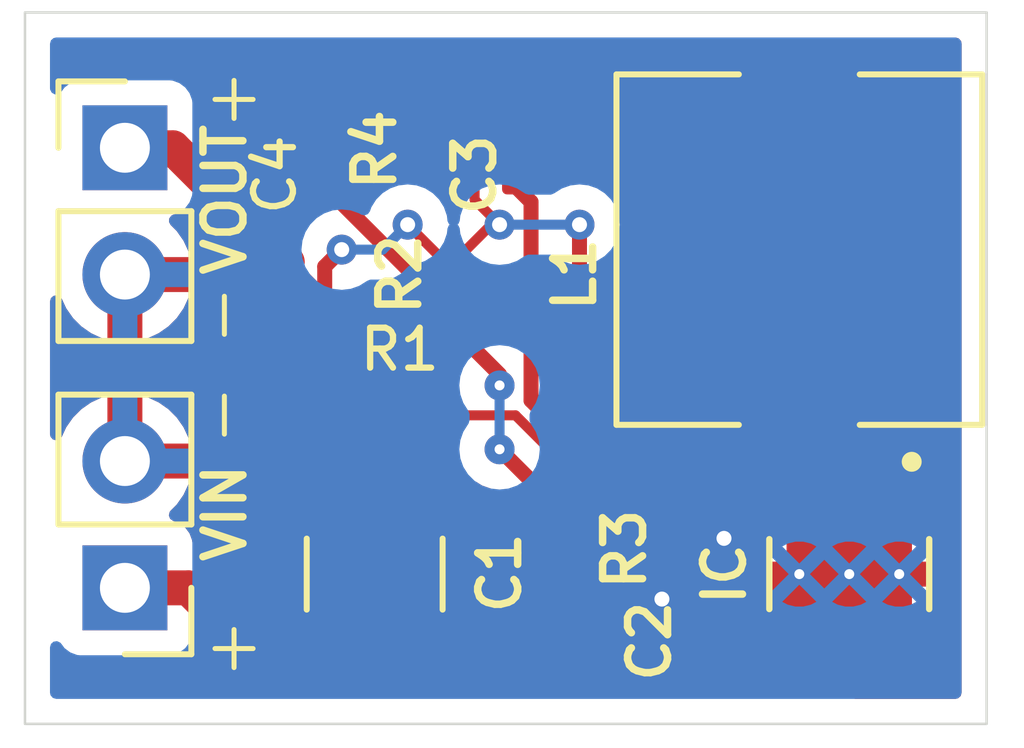
<source format=kicad_pcb>
(kicad_pcb (version 20240108) (generator "pcbnew") (generator_version "8.0")
  (layers (0 "F.Cu" signal) (31 "B.Cu" signal) (34 "B.Paste" user) (35 "F.Paste" user) (36 "B.SilkS" user "B.Silkscreen") (37 "F.SilkS" user "F.Silkscreen") (38 "B.Mask" user) (39 "F.Mask" user) (44 "Edge.Cuts" user))
  (net 0 "")
  (net 1 "Net-(J101-Pin_1)")
  (net 2 "GND")
  (net 3 "Net-(C3-Pad2)")
  (net 4 "Net-(U101-BOOT)")
  (net 5 "Net-(U101-FB)")
  (net 6 "Net-(C4-Pad1)")
  (net 7 "Net-(J102-Pin_1)")
  (net 8 "Net-(U101-PG)")
  (footprint "Capacitor_SMD:C_0201_0603Metric" (layer "F.Cu") (at 178.5 71 -90)
    (property "Reference" "C4" (at 0 1 -90) (layer "F.SilkS") (effects (font (size 0.8 0.8) (thickness 0.125))))
    (property "Value" "33pF" (hide yes))
    (pad "1" smd roundrect (at -0.32 0 270) (size 0.46 0.4) (layers "F.Cu" "F.Mask") (net 6 "Net-(C4-Pad1)"))
    (pad "2" smd roundrect (at 0.32 0 270) (size 0.46 0.4) (layers "F.Cu" "F.Mask") (net 5 "Net-(U101-FB)"))
  )
  (footprint "Resistor_SMD:R_0201_0603Metric" (layer "F.Cu") (at 180.5 70.5 -90)
    (property "Reference" "R4" (at 0 1 -90) (layer "F.SilkS") (effects (font (size 0.8 0.8))))
    (property "Value" "1K" (hide yes))
    (pad "1" smd roundrect (at -0.32 0 270) (size 0.46 0.4) (layers "F.Cu" "F.Mask") (net 7 "Net-(J102-Pin_1)"))
    (pad "2" smd roundrect (at 0.32 0 270) (size 0.46 0.4) (layers "F.Cu" "F.Mask") (net 6 "Net-(C4-Pad1)"))
  )
  (footprint "Capacitor_SMD:C_0201_0603Metric" (layer "F.Cu") (at 178.5 74.155 -90)
    (property "Reference" "C5" (hide yes))
    (property "Value" "47uF" (hide yes))
    (pad "1" smd roundrect (at -0.32 0 270) (size 0.46 0.4) (layers "F.Cu" "F.Mask") (net 7 "Net-(J102-Pin_1)"))
    (pad "2" smd roundrect (at 0.32 0 270) (size 0.46 0.4) (layers "F.Cu" "F.Mask") (net 2 "GND"))
  )
  (footprint "Capacitor_SMD:C_0201_0603Metric" (layer "F.Cu") (at 182.25 70.845 90)
    (property "Reference" "C3" (at -0.155 -0.75 -90) (layer "F.SilkS") (effects (font (size 0.8 0.8))))
    (property "Value" "0.1uF" (hide yes))
    (pad "1" smd roundrect (at -0.32 0 90) (size 0.46 0.4) (layers "F.Cu" "F.Mask") (net 4 "Net-(U101-BOOT)"))
    (pad "2" smd roundrect (at 0.32 0 90) (size 0.46 0.4) (layers "F.Cu" "F.Mask") (net 3 "Net-(C3-Pad2)"))
  )
  (footprint "Connector_PinHeader_2.54mm:PinHeader_1x02_P2.54mm_Vertical" (layer "F.Cu") (at 174.5 79.275 180)
    (property "Reference" "VIN" (at -2 1.5 90) (layer "F.SilkS") (effects (font (size 0.8 0.8))))
    (property "Value" "VIN")
    (fp_line (start 1.33 1.27) (end 1.33 3.87) (stroke (width 0.12)) (layer "F.SilkS"))
    (fp_line (start -1.33 3.87) (end 1.33 3.87) (stroke (width 0.12)) (layer "F.SilkS"))
    (fp_line (start -1.33 1.27) (end 1.33 1.27) (stroke (width 0.12)) (layer "F.SilkS"))
    (fp_line (start -1.33 1.27) (end -1.33 3.87) (stroke (width 0.12)) (layer "F.SilkS"))
    (fp_line (start -1.33 0) (end -1.33 -1.33) (stroke (width 0.12)) (layer "F.SilkS"))
    (fp_line (start -1.33 -1.33) (end 0 -1.33) (stroke (width 0.12)) (layer "F.SilkS"))
    (pad "1" thru_hole rect (at 0 0 180) (size 1.7 1.7) (drill 1) (layers "*.Cu" "*.Mask") (net 1 "Net-(J101-Pin_1)"))
    (pad "2" thru_hole oval (at 0 2.54 180) (size 1.7 1.7) (drill 1) (layers "*.Cu" "*.Mask") (net 2 "GND"))
  )
  (footprint "Resistor_SMD:R_0201_0603Metric" (layer "F.Cu") (at 183.5 78.655 -90)
    (property "Reference" "R3" (at -0.155 -1 90) (layer "F.SilkS") (effects (font (size 0.8 0.8))))
    (property "Value" "10K" (hide yes))
    (pad "1" smd roundrect (at -0.32 0 270) (size 0.46 0.4) (layers "F.Cu" "F.Mask") (net 5 "Net-(U101-FB)"))
    (pad "2" smd roundrect (at 0.32 0 270) (size 0.46 0.4) (layers "F.Cu" "F.Mask") (net 2 "GND"))
  )
  (footprint "Capacitor_SMD:C_1210_3225Metric" (layer "F.Cu") (at 179.5 79 90)
    (property "Reference" "C1" (at 0.025 2.5 -90) (layer "F.SilkS") (effects (font (size 0.8 0.8))))
    (property "Value" "10uF" (hide yes))
    (fp_line (start -0.711252 -1.36) (end 0.711252 -1.36) (stroke (width 0.12)) (layer "F.SilkS"))
    (fp_line (start -0.711252 1.36) (end 0.711252 1.36) (stroke (width 0.12)) (layer "F.SilkS"))
    (pad "1" smd roundrect (at -1.475 0 90) (size 1.15 2.7) (layers "F.Cu" "F.Paste" "F.Mask") (roundrect_rratio 0.217391) (net 1 "Net-(J101-Pin_1)"))
    (pad "2" smd roundrect (at 1.475 0 90) (size 1.15 2.7) (layers "F.Cu" "F.Paste" "F.Mask") (roundrect_rratio 0.217391) (net 2 "GND"))
  )
  (footprint "Inductor_SMD:L_SXN_SMDRI62" (layer "F.Cu") (at 188 72.5 -90)
    (property "Reference" "L1" (at 0.5 4.5 -90) (layer "F.SilkS") (effects (font (size 0.8 0.8))))
    (property "Value" "10uH" (hide yes))
    (fp_line (start -3.51 3.66) (end 3.51 3.66) (stroke (width 0.12)) (layer "F.SilkS"))
    (fp_line (start -3.51 3.66) (end -3.51 1.21) (stroke (width 0.12)) (layer "F.SilkS"))
    (fp_line (start 3.51 3.66) (end 3.51 1.21) (stroke (width 0.12)) (layer "F.SilkS"))
    (fp_line (start -3.51 -3.66) (end -3.51 -1.21) (stroke (width 0.12)) (layer "F.SilkS"))
    (fp_line (start -3.51 -3.66) (end 3.51 -3.66) (stroke (width 0.12)) (layer "F.SilkS"))
    (fp_line (start 3.51 -3.66) (end 3.51 -1.21) (stroke (width 0.12)) (layer "F.SilkS"))
    (pad "1" smd rect (at -3 0 270) (size 1.4 1.9) (layers "F.Cu" "F.Paste" "F.Mask") (net 3 "Net-(C3-Pad2)"))
    (pad "2" smd rect (at 3 0 270) (size 1.4 1.9) (layers "F.Cu" "F.Paste" "F.Mask") (net 7 "Net-(J102-Pin_1)"))
  )
  (footprint "Resistor_SMD:R_0201_0603Metric" (layer "F.Cu") (at 180 75.5 180)
    (property "Reference" "R1" (at 0 1 180) (layer "F.SilkS") (effects (font (size 0.8 0.8) (thickness 0.125) (bold yes))))
    (property "Value" "10K" (hide yes))
    (pad "1" smd roundrect (at -0.32 0 180) (size 0.46 0.4) (layers "F.Cu" "F.Mask") (net 8 "Net-(U101-PG)"))
    (pad "2" smd roundrect (at 0.32 0 180) (size 0.46 0.4) (layers "F.Cu" "F.Mask") (net 2 "GND"))
  )
  (footprint "Resistor_SMD:R_0201_0603Metric" (layer "F.Cu") (at 181 73.155 -90)
    (property "Reference" "R2" (at -0.155 1 90) (layer "F.SilkS") (effects (font (size 0.8 0.8))))
    (property "Value" "85K" (hide yes))
    (pad "1" smd roundrect (at -0.32 0 270) (size 0.46 0.4) (layers "F.Cu" "F.Mask") (net 7 "Net-(J102-Pin_1)"))
    (pad "2" smd roundrect (at 0.32 0 270) (size 0.46 0.4) (layers "F.Cu" "F.Mask") (net 5 "Net-(U101-FB)"))
  )
  (footprint "LMR51450SDRRR:CONV_LMR51450SDRRR" (layer "F.Cu") (at 189 79 -90)
    (property "Reference" "IC" (at 0 2.5 90) (layer "F.SilkS") (effects (font (size 0.8 0.8))))
    (property "Value" "LMR51450SDRRR" (hide yes))
    (fp_line (start -0.7 1.6) (end 0.7 1.6) (stroke (width 0.127)) (layer "F.SilkS"))
    (fp_line (start -0.7 -1.6) (end 0.7 -1.6) (stroke (width 0.127)) (layer "F.SilkS"))
    (fp_circle (center -2.25 -1.25) (end -2.15 -1.25) (stroke (width 0.2)) (fill none) (layer "F.SilkS"))
    (pad "1" smd roundrect (at -1.39 -1.25 270) (size 0.62 0.25) (layers "F.Cu" "F.Paste") (roundrect_rratio 0.2) (net 3 "Net-(C3-Pad2)"))
    (pad "2" smd roundrect (at -1.39 -0.75 270) (size 0.62 0.25) (layers "F.Cu" "F.Paste") (roundrect_rratio 0.2) (net 3 "Net-(C3-Pad2)"))
    (pad "3" smd roundrect (at -1.39 -0.25 270) (size 0.62 0.25) (layers "F.Cu" "F.Paste") (roundrect_rratio 0.2) (net 3 "Net-(C3-Pad2)"))
    (pad "4" smd roundrect (at -1.39 0.25 270) (size 0.62 0.25) (layers "F.Cu" "F.Paste") (roundrect_rratio 0.2) (net 4 "Net-(U101-BOOT)"))
    (pad "5" smd roundrect (at -1.39 0.75 270) (size 0.62 0.25) (layers "F.Cu" "F.Paste") (roundrect_rratio 0.2) (net 8 "Net-(U101-PG)"))
    (pad "6" smd roundrect (at -1.39 1.25 270) (size 0.62 0.25) (layers "F.Cu" "F.Paste") (roundrect_rratio 0.2))
    (pad "7" smd roundrect (at 1.39 1.25 270) (size 0.62 0.25) (layers "F.Cu" "F.Paste") (roundrect_rratio 0.2) (net 5 "Net-(U101-FB)"))
    (pad "8" smd roundrect (at 1.39 0.75 270) (size 0.62 0.25) (layers "F.Cu" "F.Paste") (roundrect_rratio 0.2) (net 2 "GND"))
    (pad "9" smd roundrect (at 1.39 0.25 270) (size 0.62 0.25) (layers "F.Cu" "F.Paste") (roundrect_rratio 0.2) (net 1 "Net-(J101-Pin_1)"))
    (pad "10" smd roundrect (at 1.39 -0.25 270) (size 0.62 0.25) (layers "F.Cu" "F.Paste") (roundrect_rratio 0.2) (net 1 "Net-(J101-Pin_1)"))
    (pad "11" smd roundrect (at 1.39 -0.75 270) (size 0.62 0.25) (layers "F.Cu" "F.Paste") (roundrect_rratio 0.2) (net 1 "Net-(J101-Pin_1)"))
    (pad "12" smd roundrect (at 1.39 -1.25 270) (size 0.62 0.25) (layers "F.Cu" "F.Paste") (roundrect_rratio 0.2) (net 1 "Net-(J101-Pin_1)"))
    (pad "13" smd custom (at 0 0 270) (size 0.5 0.5) (layers "F.Cu") (net 2 "GND") (options (clearance outline) (anchor rect)) (primitives (gr_poly (pts (xy -0.65 -1.2) (xy -0.65 1.2) (xy -0.65 1.203) (xy -0.65 1.205) (xy -0.649 1.208) (xy -0.649 1.21) (xy -0.648 1.213) (xy -0.648 1.215) (xy -0.647 1.218) (xy -0.646 1.22) (xy -0.645 1.223) (xy -0.643 1.225) (xy -0.642 1.227) (xy -0.64 1.229) (xy -0.639 1.231) (xy -0.637 1.233) (xy -0.635 1.235) (xy -0.633 1.237) (xy -0.631 1.239) (xy -0.629 1.24) (xy -0.627 1.242) (xy -0.625 1.243) (xy -0.623 1.245) (xy -0.62 1.246) (xy -0.618 1.247) (xy -0.615 1.248) (xy -0.613 1.248) (xy -0.61 1.249) (xy -0.608 1.249) (xy -0.605 1.25) (xy -0.603 1.25) (xy -0.6 1.25) (xy 0.6 1.25) (xy 0.603 1.25) (xy 0.605 1.25) (xy 0.608 1.249) (xy 0.61 1.249) (xy 0.613 1.248) (xy 0.615 1.248) (xy 0.618 1.247) (xy 0.62 1.246) (xy 0.623 1.245) (xy 0.625 1.243) (xy 0.627 1.242) (xy 0.629 1.24) (xy 0.631 1.239) (xy 0.633 1.237) (xy 0.635 1.235) (xy 0.637 1.233) (xy 0.639 1.231) (xy 0.64 1.229) (xy 0.642 1.227) (xy 0.643 1.225) (xy 0.645 1.223) (xy 0.646 1.22) (xy 0.647 1.218) (xy 0.648 1.215) (xy 0.648 1.213) (xy 0.649 1.21) (xy 0.649 1.208) (xy 0.65 1.205) (xy 0.65 1.203) (xy 0.65 1.2) (xy 0.65 -1.2) (xy 0.65 -1.203) (xy 0.65 -1.205) (xy 0.649 -1.208) (xy 0.649 -1.21) (xy 0.648 -1.213) (xy 0.648 -1.215) (xy 0.647 -1.218) (xy 0.646 -1.22) (xy 0.645 -1.223) (xy 0.643 -1.225) (xy 0.642 -1.227) (xy 0.64 -1.229) (xy 0.639 -1.231) (xy 0.637 -1.233) (xy 0.635 -1.235) (xy 0.633 -1.237) (xy 0.631 -1.239) (xy 0.629 -1.24) (xy 0.627 -1.242) (xy 0.625 -1.243) (xy 0.623 -1.245) (xy 0.62 -1.246) (xy 0.618 -1.247) (xy 0.615 -1.248) (xy 0.613 -1.248) (xy 0.61 -1.249) (xy 0.608 -1.249) (xy 0.605 -1.25) (xy 0.603 -1.25) (xy 0.6 -1.25) (xy -0.6 -1.25) (xy -0.603 -1.25) (xy -0.605 -1.25) (xy -0.608 -1.249) (xy -0.61 -1.249) (xy -0.613 -1.248) (xy -0.615 -1.248) (xy -0.618 -1.247) (xy -0.62 -1.246) (xy -0.623 -1.245) (xy -0.625 -1.243) (xy -0.627 -1.242) (xy -0.629 -1.24) (xy -0.631 -1.239) (xy -0.633 -1.237) (xy -0.635 -1.235) (xy -0.637 -1.233) (xy -0.639 -1.231) (xy -0.64 -1.229) (xy -0.642 -1.227) (xy -0.643 -1.225) (xy -0.645 -1.223) (xy -0.646 -1.22) (xy -0.647 -1.218) (xy -0.648 -1.215) (xy -0.648 -1.213) (xy -0.649 -1.21) (xy -0.649 -1.208) (xy -0.65 -1.205) (xy -0.65 -1.203) (xy -0.65 -1.2)) (width 0.01) (fill yes))))
    (pad "14" thru_hole circle (at 0 -1 270) (size 0.3 0.3) (drill 0.2) (layers "*.Cu") (net 2 "GND"))
    (pad "15" thru_hole circle (at 0 0 270) (size 0.3 0.3) (drill 0.2) (layers "*.Cu") (net 2 "GND"))
    (pad "16" thru_hole circle (at 0 1 270) (size 0.3 0.3) (drill 0.2) (layers "*.Cu") (net 2 "GND"))
  )
  (footprint "Capacitor_SMD:C_0201_0603Metric" (layer "F.Cu") (at 184 80.345 90)
    (property "Reference" "C2" (at 0 1 90) (layer "F.SilkS") (effects (font (size 0.8 0.8))))
    (property "Value" "0.1uF" (hide yes))
    (pad "1" smd roundrect (at -0.32 0 90) (size 0.46 0.4) (layers "F.Cu" "F.Mask") (net 1 "Net-(J101-Pin_1)"))
    (pad "2" smd roundrect (at 0.32 0 90) (size 0.46 0.4) (layers "F.Cu" "F.Mask") (net 2 "GND"))
  )
  (footprint "Connector_PinHeader_2.54mm:PinHeader_1x02_P2.54mm_Vertical" (layer "F.Cu") (at 174.5 70.46)
    (property "Reference" "VOUT" (at 2 1.04 90) (layer "F.SilkS") (effects (font (size 0.8 0.8))))
    (property "Value" "VOUT")
    (fp_line (start -1.33 -1.33) (end 0 -1.33) (stroke (width 0.12)) (layer "F.SilkS"))
    (fp_line (start -1.33 0) (end -1.33 -1.33) (stroke (width 0.12)) (layer "F.SilkS"))
    (fp_line (start -1.33 1.27) (end -1.33 3.87) (stroke (width 0.12)) (layer "F.SilkS"))
    (fp_line (start -1.33 1.27) (end 1.33 1.27) (stroke (width 0.12)) (layer "F.SilkS"))
    (fp_line (start -1.33 3.87) (end 1.33 3.87) (stroke (width 0.12)) (layer "F.SilkS"))
    (fp_line (start 1.33 1.27) (end 1.33 3.87) (stroke (width 0.12)) (layer "F.SilkS"))
    (pad "1" thru_hole rect (at 0 0) (size 1.7 1.7) (drill 1) (layers "*.Cu" "*.Mask") (net 7 "Net-(J102-Pin_1)"))
    (pad "2" thru_hole oval (at 0 2.54) (size 1.7 1.7) (drill 1) (layers "*.Cu" "*.Mask") (net 2 "GND"))
  )
  (gr_rect (start 172.5 67.75) (end 191.75 82) (stroke (width 0.05)) (fill none) (layer "Edge.Cuts"))
  (gr_text "+" (at 176 81 0) (layer "F.SilkS") (effects (font (size 1 1) (thickness 0.1)) (justify left bottom)))
  (gr_text "-" (at 177 74.5 90) (layer "F.SilkS") (effects (font (size 1 1) (thickness 0.1)) (justify left bottom)))
  (gr_text "+" (at 176 70 0) (layer "F.SilkS") (effects (font (size 1 1) (thickness 0.1)) (justify left bottom)))
  (gr_text "-" (at 177 76.5 90) (layer "F.SilkS") (effects (font (size 1 1) (thickness 0.1)) (justify left bottom)))
  (segment (start 189.25 80.39) (end 188.75 80.39) (width 0.2) (layer "F.Cu") (net 1))
  (segment (start 188.75 80.39) (end 188.75 80.72136) (width 0.2) (layer "F.Cu") (net 1))
  (segment (start 190.25 80.39) (end 189.75 80.39) (width 0.2) (layer "F.Cu") (net 1))
  (segment (start 176.975 80.475) (end 179.5 80.475) (width 0.7) (layer "F.Cu") (net 1))
  (segment (start 174.5 79.275) (end 175.775 79.275) (width 0.7) (layer "F.Cu") (net 1))
  (segment (start 175.775 79.275) (end 176.975 80.475) (width 0.7) (layer "F.Cu") (net 1))
  (segment (start 189.75 80.39) (end 189.25 80.39) (width 0.2) (layer "F.Cu") (net 1))
  (segment (start 188.47136 81) (end 184.78071 81) (width 0.2) (layer "F.Cu") (net 1))
  (segment (start 184.44571 80.665) (end 184 80.665) (width 0.2) (layer "F.Cu") (net 1))
  (segment (start 179.69 80.665) (end 179.5 80.475) (width 0.4) (layer "F.Cu") (net 1))
  (segment (start 184 80.665) (end 179.69 80.665) (width 0.4) (layer "F.Cu") (net 1))
  (segment (start 184.78071 81) (end 184.44571 80.665) (width 0.2) (layer "F.Cu") (net 1))
  (segment (start 188.75 80.72136) (end 188.47136 81) (width 0.2) (layer "F.Cu") (net 1))
  (segment (start 181.525 77.525) (end 182.975 78.975) (width 0.3) (layer "F.Cu") (net 2))
  (segment (start 174.5 73) (end 176 73) (width 0.7) (layer "F.Cu") (net 2))
  (segment (start 178.5 74.475) (end 177.475 74.475) (width 0.3) (layer "F.Cu") (net 2))
  (segment (start 188.25 80.04147) (end 188.25 80.39) (width 0.18) (layer "F.Cu") (net 2))
  (segment (start 183.5 78.975) (end 183.725 78.975) (width 0.3) (layer "F.Cu") (net 2))
  (segment (start 177.525 77.525) (end 176.735 76.735) (width 0.7) (layer "F.Cu") (net 2))
  (segment (start 184 80.025) (end 184.725 80.025) (width 0.3) (layer "F.Cu") (net 2))
  (segment (start 177.475 74.475) (end 177 74) (width 0.3) (layer "F.Cu") (net 2))
  (segment (start 183.725 78.975) (end 184 79.25) (width 0.3) (layer "F.Cu") (net 2))
  (segment (start 179.5 77.525) (end 181.525 77.525) (width 0.3) (layer "F.Cu") (net 2))
  (segment (start 176 73) (end 177 74) (width 0.7) (layer "F.Cu") (net 2))
  (segment (start 182.975 78.975) (end 183.5 78.975) (width 0.3) (layer "F.Cu") (net 2))
  (segment (start 184.725 80.025) (end 185.25 79.5) (width 0.3) (layer "F.Cu") (net 2))
  (segment (start 184 79.25) (end 184 80.025) (width 0.3) (layer "F.Cu") (net 2))
  (segment (start 179.68 75.5) (end 179.68 77.345) (width 0.39) (layer "F.Cu") (net 2))
  (segment (start 186.492317 78.283787) (end 188.25 80.04147) (width 0.18) (layer "F.Cu") (net 2))
  (segment (start 176.735 76.735) (end 174.5 76.735) (width 0.7) (layer "F.Cu") (net 2))
  (segment (start 174.5 73) (end 174.5 76.735) (width 0.7) (layer "F.Cu") (net 2))
  (segment (start 179.5 77.525) (end 177.525 77.525) (width 0.7) (layer "F.Cu") (net 2))
  (segment (start 179.68 77.345) (end 179.5 77.525) (width 0.3) (layer "F.Cu") (net 2))
  (via (at 186.492317 78.283787) (size 0.6) (drill 0.3) (layers "F.Cu" "B.Cu") (net 2))
  (via (at 185.25 79.5) (size 0.6) (drill 0.3) (layers "F.Cu" "B.Cu") (net 2))
  (segment (start 185.25 79.5) (end 185.276104 79.5) (width 0.18) (layer "B.Cu") (net 2))
  (segment (start 185.276104 79.5) (end 186.492317 78.283787) (width 0.18) (layer "B.Cu") (net 2))
  (segment (start 189.28 70.78) (end 189.28 76.47) (width 0.3) (layer "F.Cu") (net 3))
  (segment (start 189.25 77.61) (end 189.25 76.5) (width 0.2) (layer "F.Cu") (net 3))
  (segment (start 185.975 70.525) (end 187 69.5) (width 0.3) (layer "F.Cu") (net 3))
  (segment (start 185.975 70.525) (end 182.25 70.525) (width 0.3) (layer "F.Cu") (net 3))
  (segment (start 188 69.5) (end 189.28 70.78) (width 0.3) (layer "F.Cu") (net 3))
  (segment (start 190.25 77.61) (end 189.25 77.61) (width 0.2) (layer "F.Cu") (net 3))
  (segment (start 189.28 76.47) (end 189.25 76.5) (width 0.3) (layer "F.Cu") (net 3))
  (segment (start 187 69.5) (end 188 69.5) (width 0.3) (layer "F.Cu") (net 3))
  (segment (start 182.25 71.165) (end 182.63 71.545) (width 0.3) (layer "F.Cu") (net 4))
  (segment (start 188.149472 76.57) (end 188.161188 76.581716) (width 0.3) (layer "F.Cu") (net 4))
  (segment (start 182.63 75.521888) (end 183.678112 76.57) (width 0.3) (layer "F.Cu") (net 4))
  (segment (start 188.161188 76.581716) (end 188.75 77.170528) (width 0.18) (layer "F.Cu") (net 4))
  (segment (start 183.678112 76.57) (end 188.149472 76.57) (width 0.3) (layer "F.Cu") (net 4))
  (segment (start 188.75 77.170528) (end 188.75 77.61) (width 0.18) (layer "F.Cu") (net 4))
  (segment (start 182.63 71.545) (end 182.63 75.521888) (width 0.3) (layer "F.Cu") (net 4))
  (segment (start 184.905244 78.335) (end 186.960244 80.39) (width 0.2) (layer "F.Cu") (net 5))
  (segment (start 178.82 71.32) (end 178.5 71.32) (width 0.3) (layer "F.Cu") (net 5))
  (segment (start 183.5 78.335) (end 184.905244 78.335) (width 0.2) (layer "F.Cu") (net 5))
  (segment (start 180.744167 73.475) (end 181 73.475) (width 0.3) (layer "F.Cu") (net 5))
  (segment (start 182 76.5) (end 183.5 78) (width 0.3) (layer "F.Cu") (net 5))
  (segment (start 186.960244 80.39) (end 187.75 80.39) (width 0.2) (layer "F.Cu") (net 5))
  (segment (start 178.82 71.550833) (end 180.744167 73.475) (width 0.3) (layer "F.Cu") (net 5))
  (segment (start 181 74) (end 181 73.475) (width 0.3) (layer "F.Cu") (net 5))
  (segment (start 183.5 78.335) (end 183.5 78) (width 0.3) (layer "F.Cu") (net 5))
  (segment (start 181 74) (end 182 75) (width 0.3) (layer "F.Cu") (net 5))
  (segment (start 178.82 71.32) (end 178.82 71.550833) (width 0.3) (layer "F.Cu") (net 5))
  (segment (start 182 75) (end 182 75.22) (width 0.2) (layer "F.Cu") (net 5))
  (via (at 182 76.5) (size 0.6) (drill 0.2) (layers "F.Cu" "B.Cu") (net 5))
  (via (at 182 75.22) (size 0.6) (drill 0.2) (layers "F.Cu" "B.Cu") (net 5))
  (segment (start 182 76.5) (end 182 75.22) (width 0.2) (layer "B.Cu") (net 5))
  (segment (start 178.839999 70.82) (end 180.5 70.82) (width 0.3) (layer "F.Cu") (net 6))
  (segment (start 178.699999 70.68) (end 178.839999 70.82) (width 0.3) (layer "F.Cu") (net 6))
  (segment (start 178.5 70.68) (end 178.699999 70.68) (width 0.3) (layer "F.Cu") (net 6))
  (segment (start 186.1 75.5) (end 183.6 73) (width 0.3) (layer "F.Cu") (net 7))
  (segment (start 188 75.5) (end 186.1 75.5) (width 0.3) (layer "F.Cu") (net 7))
  (segment (start 178.5 73.835) (end 178.5 72.839878) (width 0.3) (layer "F.Cu") (net 7))
  (segment (start 181.835 72) (end 181 72.835) (width 0.2) (layer "F.Cu") (net 7))
  (segment (start 180.699999 70.18) (end 181.5 70.980001) (width 0.2) (layer "F.Cu") (net 7))
  (segment (start 182 72) (end 181.835 72) (width 0.2) (layer "F.Cu") (net 7))
  (segment (start 177.75 72.75) (end 175.46 70.46) (width 0.7) (layer "F.Cu") (net 7))
  (segment (start 181.5 70.980001) (end 181.5 71.5) (width 0.2) (layer "F.Cu") (net 7))
  (segment (start 180.5 70.18) (end 180.699999 70.18) (width 0.2) (layer "F.Cu") (net 7))
  (segment (start 181.5 71.5) (end 182 72) (width 0.2) (layer "F.Cu") (net 7))
  (segment (start 178.5 73.5) (end 177.75 72.75) (width 0.3) (layer "F.Cu") (net 7))
  (segment (start 178.5 73.5) (end 178.5 73.835) (width 0.3) (layer "F.Cu") (net 7))
  (segment (start 183.6 73) (end 183.6 72) (width 0.3) (layer "F.Cu") (net 7))
  (segment (start 175.46 70.46) (end 174.5 70.46) (width 0.7) (layer "F.Cu") (net 7))
  (segment (start 178.5 72.839878) (end 178.839878 72.5) (width 0.3) (layer "F.Cu") (net 7))
  (segment (start 180.995122 72.835) (end 180.160122 72) (width 0.2) (layer "F.Cu") (net 7))
  (segment (start 181 72.835) (end 180.995122 72.835) (width 0.2) (layer "F.Cu") (net 7))
  (via (at 178.839878 72.5) (size 0.6) (drill 0.3) (layers "F.Cu" "B.Cu") (net 7))
  (via (at 182 72) (size 0.6) (drill 0.3) (layers "F.Cu" "B.Cu") (net 7))
  (via (at 183.6 72) (size 0.6) (drill 0.3) (layers "F.Cu" "B.Cu") (net 7))
  (via (at 180.160122 72) (size 0.6) (drill 0.3) (layers "F.Cu" "B.Cu") (net 7))
  (segment (start 179 72.5) (end 179.660122 72.5) (width 0.2) (layer "B.Cu") (net 7))
  (segment (start 183.6 72) (end 182 72) (width 0.2) (layer "B.Cu") (net 7))
  (segment (start 179.660122 72.5) (end 180.160122 72) (width 0.2) (layer "B.Cu") (net 7))
  (segment (start 178.839878 72.660122) (end 179 72.5) (width 0.2) (layer "B.Cu") (net 7))
  (segment (start 188.25 77.61) (end 188.25 77.27864) (width 0.2) (layer "F.Cu") (net 8))
  (segment (start 180.64 75.82) (end 182.32 75.82) (width 0.2) (layer "F.Cu") (net 8))
  (segment (start 187.97136 77) (end 183.5 77) (width 0.2) (layer "F.Cu") (net 8))
  (segment (start 183.5 77) (end 182.32 75.82) (width 0.2) (layer "F.Cu") (net 8))
  (segment (start 188.25 77.27864) (end 187.97136 77) (width 0.2) (layer "F.Cu") (net 8))
  (segment (start 180.32 75.5) (end 180.64 75.82) (width 0.2) (layer "F.Cu") (net 8))
  (zone (net 2) (net_name "GND") (layers "F&B.Cu") (connect_pads (clearance 0.5)) (min_thickness 0.25) (fill yes (thermal_gap 0.5) (thermal_bridge_width 0.5))
    (polygon (pts (xy 172 67.5) (xy 172 82.5) (xy 192.5 82.5) (xy 192.5 67.5)))
  )
)
</source>
